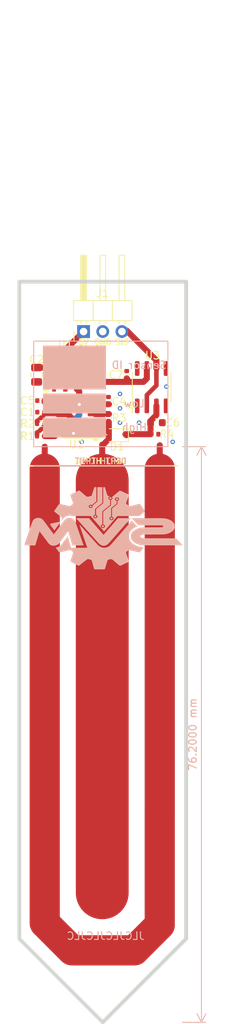
<source format=kicad_pcb>
(kicad_pcb (version 20211014) (generator pcbnew)
  (layers (0 "F.Cu" signal) (31 "B.Cu" signal) (34 "B.Paste" user) (35 "F.Paste" user) (36 "B.SilkS" user "B.Silkscreen") (37 "F.SilkS" user "F.Silkscreen") (38 "B.Mask" user) (39 "F.Mask" user) (44 "Edge.Cuts" user))
  (net 0 "")
  (net 1 "GND")
  (net 2 "Net-(C1-Pad1)")
  (net 3 "VCC")
  (net 4 "+5V")
  (net 5 "Net-(C5-Pad1)")
  (net 6 "Net-(C6-Pad1)")
  (net 7 "Sig")
  (net 8 "Net-(R1-Pad2)")
  (net 9 "MoistureSensor")
  (net 10 "Net-(U3-Pad8)")
  (net 11 "Net-(U3-Pad5)")
  (net 12 "Net-(U3-Pad1)")
  (net 13 "Net-(R3-Pad2)")
  (footprint "Capacitor_SMD:C_0402_1005Metric" (layer "F.Cu") (at 132.3975 72.263 180)
    (fp_text reference "C1" (at 1.778 0) (layer "F.SilkS"))
    (fp_text value "470pF")
    (pad "1" smd roundrect locked (at -0.48 0 180) (size 0.56 0.62) (layers "F.Cu" "F.Paste" "F.Mask") (net 2 "Net-(C1-Pad1)"))
    (pad "2" smd roundrect locked (at 0.48 0 180) (size 0.56 0.62) (layers "F.Cu" "F.Paste" "F.Mask") (net 1 "GND"))
  )
  (footprint "Capacitor_SMD:C_0805_2012Metric" (layer "F.Cu") (at 131.826 67.31 -90)
    (fp_text reference "C2" (at -2.032 0 180) (layer "F.SilkS"))
    (fp_text value "10uF")
    (pad "1" smd roundrect locked (at -0.95 0 270) (size 1 1.45) (layers "F.Cu" "F.Paste" "F.Mask") (net 3 "VCC"))
    (pad "2" smd roundrect locked (at 0.95 0 270) (size 1 1.45) (layers "F.Cu" "F.Paste" "F.Mask") (net 1 "GND"))
  )
  (footprint "Capacitor_SMD:C_0805_2012Metric" (layer "F.Cu") (at 139.446 67.31 90)
    (fp_text reference "C3" (at 2.032 0 180) (layer "F.SilkS"))
    (fp_text value "10uF")
    (pad "1" smd roundrect locked (at -0.95 0 90) (size 1 1.45) (layers "F.Cu" "F.Paste" "F.Mask") (net 4 "+5V"))
    (pad "2" smd roundrect locked (at 0.95 0 90) (size 1 1.45) (layers "F.Cu" "F.Paste" "F.Mask") (net 1 "GND"))
  )
  (footprint "Capacitor_SMD:C_0402_1005Metric" (layer "F.Cu") (at 141.351 70.739 -90)
    (fp_text reference "C4" (at 0.127 -1.397 180) (layer "F.SilkS"))
    (fp_text value "100nF")
    (pad "1" smd roundrect locked (at -0.48 0 270) (size 0.56 0.62) (layers "F.Cu" "F.Paste" "F.Mask") (net 1 "GND"))
    (pad "2" smd roundrect locked (at 0.48 0 270) (size 0.56 0.62) (layers "F.Cu" "F.Paste" "F.Mask") (net 4 "+5V"))
  )
  (footprint "Capacitor_SMD:C_0402_1005Metric" (layer "F.Cu") (at 132.3975 70.739 180)
    (fp_text reference "C5" (at 1.778 0) (layer "F.SilkS"))
    (fp_text value "10nF")
    (pad "1" smd roundrect locked (at -0.48 0 180) (size 0.56 0.62) (layers "F.Cu" "F.Paste" "F.Mask") (net 5 "Net-(C5-Pad1)"))
    (pad "2" smd roundrect locked (at 0.48 0 180) (size 0.56 0.62) (layers "F.Cu" "F.Paste" "F.Mask") (net 1 "GND"))
  )
  (footprint "Capacitor_SMD:C_0603_1608Metric" (layer "F.Cu") (at 147.701 73.66)
    (fp_text reference "C6" (at 2.159 0) (layer "F.SilkS"))
    (fp_text value "1uF")
    (pad "1" smd roundrect locked (at -0.775 0) (size 0.9 0.95) (layers "F.Cu" "F.Paste" "F.Mask") (net 6 "Net-(C6-Pad1)"))
    (pad "2" smd roundrect locked (at 0.775 0) (size 0.9 0.95) (layers "F.Cu" "F.Paste" "F.Mask") (net 1 "GND"))
  )
  (footprint "Capacitor_SMD:C_0402_1005Metric" (layer "F.Cu") (at 143.764 67.31 -90)
    (fp_text reference "C7" (at 0 1.397 180) (layer "F.SilkS"))
    (fp_text value "100nF")
    (pad "1" smd roundrect locked (at -0.48 0 270) (size 0.56 0.62) (layers "F.Cu" "F.Paste" "F.Mask") (net 1 "GND"))
    (pad "2" smd roundrect locked (at 0.48 0 270) (size 0.56 0.62) (layers "F.Cu" "F.Paste" "F.Mask") (net 4 "+5V"))
  )
  (footprint "Diode_SMD:D_SOD-323F" (layer "F.Cu") (at 142.494 75.311 180)
    (fp_text reference "D1" (at 0 -1.524) (layer "F.SilkS"))
    (fp_text value "1N4148")
    (pad "1" smd rect locked (at -1.1 0 180) (size 0.5 0.5) (layers "F.Cu" "F.Paste" "F.Mask") (net 6 "Net-(C6-Pad1)"))
    (pad "2" smd rect locked (at 1.1 0 180) (size 0.5 0.5) (layers "F.Cu" "F.Paste" "F.Mask") (net 9 "MoistureSensor"))
  )
  (footprint "Connector_PinHeader_2.54mm:PinHeader_1x03_P2.54mm_Horizontal" (layer "F.Cu") (at 138.049 61.595 90)
    (fp_text reference "J1" (at 5.08 2.54 180) (layer "F.SilkS"))
    (fp_text value "Conn_01x03")
    (pad "1" thru_hole rect locked (at 0 0 90) (size 1.7 1.7) (drill 1) (layers *.Cu *.Mask) (net 3 "VCC"))
    (pad "2" thru_hole oval locked (at 0 2.54 90) (size 1.7 1.7) (drill 1) (layers *.Cu *.Mask) (net 1 "GND"))
    (pad "3" thru_hole oval locked (at 0 5.08 90) (size 1.7 1.7) (drill 1) (layers *.Cu *.Mask) (net 7 "Sig"))
  )
  (footprint "Resistor_SMD:R_0402_1005Metric" (layer "F.Cu") (at 132.3975 75.438 180)
    (fp_text reference "R1" (at 1.778 0) (layer "F.SilkS"))
    (fp_text value "330")
    (pad "1" smd roundrect locked (at -0.51 0 180) (size 0.54 0.64) (layers "F.Cu" "F.Paste" "F.Mask") (net 4 "+5V"))
    (pad "2" smd roundrect locked (at 0.51 0 180) (size 0.54 0.64) (layers "F.Cu" "F.Paste" "F.Mask") (net 8 "Net-(R1-Pad2)"))
  )
  (footprint "Resistor_SMD:R_0402_1005Metric" (layer "F.Cu") (at 132.3975 73.787 180)
    (fp_text reference "R2" (at 1.778 0 180) (layer "F.SilkS"))
    (fp_text value "1.6k")
    (pad "1" smd roundrect locked (at -0.51 0 180) (size 0.54 0.64) (layers "F.Cu" "F.Paste" "F.Mask") (net 8 "Net-(R1-Pad2)"))
    (pad "2" smd roundrect locked (at 0.51 0 180) (size 0.54 0.64) (layers "F.Cu" "F.Paste" "F.Mask") (net 2 "Net-(C1-Pad1)"))
  )
  (footprint "Resistor_SMD:R_0402_1005Metric" (layer "F.Cu") (at 141.351 73.025 90)
    (fp_text reference "R3" (at 0 1.397 180) (layer "F.SilkS"))
    (fp_text value "10k")
    (pad "1" smd roundrect locked (at -0.51 0 90) (size 0.54 0.64) (layers "F.Cu" "F.Paste" "F.Mask") (net 9 "MoistureSensor"))
    (pad "2" smd roundrect locked (at 0.51 0 90) (size 0.54 0.64) (layers "F.Cu" "F.Paste" "F.Mask") (net 13 "Net-(R3-Pad2)"))
  )
  (footprint "Resistor_SMD:R_0402_1005Metric" (layer "F.Cu") (at 147.447 75.184)
    (fp_text reference "R4" (at 1.651 0) (layer "F.SilkS"))
    (fp_text value "1M")
    (pad "1" smd roundrect locked (at -0.51 0) (size 0.54 0.64) (layers "F.Cu" "F.Paste" "F.Mask") (net 6 "Net-(C6-Pad1)"))
    (pad "2" smd roundrect locked (at 0.51 0) (size 0.54 0.64) (layers "F.Cu" "F.Paste" "F.Mask") (net 1 "GND"))
  )
  (footprint "HT75501SOT89TRLF:HT7550-1-SOT89TRLF" (layer "F.Cu") (at 135.636 66.802)
    (fp_text reference "U1" (at 0 -3.556) (layer "F.SilkS"))
    (fp_text value "HT7550" hide)
    (fp_text user "*" (at 0 0) (layer "F.SilkS"))
    (pad "1" smd rect locked (at -1.4986 2.0447) (size 0.4826 1.397) (layers "F.Cu" "F.Paste" "F.Mask") (net 1 "GND"))
    (pad "2" smd rect locked (at 0 -2.54 90) (size 1 2) (layers "F.Cu" "F.Paste" "F.Mask") (net 3 "VCC"))
    (pad "2" smd rect locked (at 0 2.0447) (size 0.5588 1.397) (layers "F.Cu" "F.Paste" "F.Mask") (net 3 "VCC"))
    (pad "3" smd rect locked (at 1.4986 2.0447) (size 0.4826 1.397) (layers "F.Cu" "F.Paste" "F.Mask") (net 4 "+5V"))
  )
  (footprint "Package_SO:SOIC-8_3.9x4.9mm_P1.27mm" (layer "F.Cu") (at 137.0965 73.152 180)
    (fp_text reference "U2" (at 0 -3.4) (layer "F.SilkS"))
    (fp_text value "TLC555CDR")
    (pad "1" smd roundrect locked (at -2.475 -1.905 180) (size 1.95 0.6) (layers "F.Cu" "F.Paste" "F.Mask") (net 1 "GND"))
    (pad "2" smd roundrect locked (at -2.475 -0.635 180) (size 1.95 0.6) (layers "F.Cu" "F.Paste" "F.Mask") (net 2 "Net-(C1-Pad1)"))
    (pad "3" smd roundrect locked (at -2.475 0.635 180) (size 1.95 0.6) (layers "F.Cu" "F.Paste" "F.Mask") (net 13 "Net-(R3-Pad2)"))
    (pad "4" smd roundrect locked (at -2.475 1.905 180) (size 1.95 0.6) (layers "F.Cu" "F.Paste" "F.Mask") (net 4 "+5V"))
    (pad "5" smd roundrect locked (at 2.475 1.905 180) (size 1.95 0.6) (layers "F.Cu" "F.Paste" "F.Mask") (net 5 "Net-(C5-Pad1)"))
    (pad "6" smd roundrect locked (at 2.475 0.635 180) (size 1.95 0.6) (layers "F.Cu" "F.Paste" "F.Mask") (net 2 "Net-(C1-Pad1)"))
    (pad "7" smd roundrect locked (at 2.475 -0.635 180) (size 1.95 0.6) (layers "F.Cu" "F.Paste" "F.Mask") (net 8 "Net-(R1-Pad2)"))
    (pad "8" smd roundrect locked (at 2.475 -1.905 180) (size 1.95 0.6) (layers "F.Cu" "F.Paste" "F.Mask") (net 4 "+5V"))
  )
  (footprint "Package_SO:SOIC-8_3.9x4.9mm_P1.27mm" (layer "F.Cu") (at 147.066 68.961 90)
    (fp_text reference "U3" (at 4.191 0.127 180) (layer "F.SilkS"))
    (fp_text value "OP07")
    (pad "1" smd roundrect locked (at -2.475 -1.905 90) (size 1.95 0.6) (layers "F.Cu" "F.Paste" "F.Mask") (net 12 "Net-(U3-Pad1)"))
    (pad "2" smd roundrect locked (at -2.475 -0.635 90) (size 1.95 0.6) (layers "F.Cu" "F.Paste" "F.Mask") (net 7 "Sig"))
    (pad "3" smd roundrect locked (at -2.475 0.635 90) (size 1.95 0.6) (layers "F.Cu" "F.Paste" "F.Mask") (net 6 "Net-(C6-Pad1)"))
    (pad "4" smd roundrect locked (at -2.475 1.905 90) (size 1.95 0.6) (layers "F.Cu" "F.Paste" "F.Mask") (net 1 "GND"))
    (pad "5" smd roundrect locked (at 2.475 1.905 90) (size 1.95 0.6) (layers "F.Cu" "F.Paste" "F.Mask") (net 11 "Net-(U3-Pad5)"))
    (pad "6" smd roundrect locked (at 2.475 0.635 90) (size 1.95 0.6) (layers "F.Cu" "F.Paste" "F.Mask") (net 7 "Sig"))
    (pad "7" smd roundrect locked (at 2.475 -0.635 90) (size 1.95 0.6) (layers "F.Cu" "F.Paste" "F.Mask") (net 4 "+5V"))
    (pad "8" smd roundrect locked (at 2.475 -1.905 90) (size 1.95 0.6) (layers "F.Cu" "F.Paste" "F.Mask") (net 10 "Net-(U3-Pad8)"))
  )
  (footprint "logo:logo" (layer "B.Cu") (at 140.716 87.63 180)
    (fp_text reference "G***" hide)
    (fp_text value "LOGO" hide)
  )
  (gr_line (start 131.445 79.375) (end 149.86 79.375) (layer "B.SilkS") (width 0.2))
  (gr_poly (pts (xy 140.97 69.85) (xy 132.715 69.85) (xy 132.715 72.39) (xy 140.97 72.39)) (layer "B.SilkS") (width 0.1) (fill solid))
  (gr_line (start 131.445 76.835) (end 149.225 76.835) (layer "B.SilkS") (width 0.12))
  (gr_poly (pts (xy 140.97 63.5) (xy 132.715 63.5) (xy 132.715 69.215) (xy 140.97 69.215)) (layer "B.SilkS") (width 0.1) (fill solid))
  (gr_poly (pts (xy 140.97 73.025) (xy 132.715 73.025) (xy 132.715 75.565) (xy 140.97 75.565)) (layer "B.SilkS") (width 0.1) (fill solid))
  (gr_line (start 149.225 62.865) (end 149.225 63.5) (layer "B.SilkS") (width 0.12))
  (gr_line (start 131.445 62.865) (end 149.225 62.865) (layer "B.SilkS") (width 0.12))
  (gr_line (start 131.445 63.5) (end 131.445 76.835) (layer "B.SilkS") (width 0.12))
  (gr_line (start 131.445 63.5) (end 131.445 62.865) (layer "B.SilkS") (width 0.12))
  (gr_line (start 149.225 79.375) (end 132.715 79.375) (layer "B.SilkS") (width 0.12))
  (gr_line (start 149.225 76.835) (end 149.225 63.5) (layer "B.SilkS") (width 0.12))
  (gr_circle (center 133.096 69.342) (end 133.223 69.342) (layer "F.SilkS") (width 0.2794) (fill none))
  (gr_circle (center 144.272 71.501) (end 144.399 71.501) (layer "F.SilkS") (width 0.2794) (fill none))
  (gr_line (start 140.7795 75.2475) (end 141.1605 75.2475) (layer "F.SilkS") (width 0.12))
  (gr_line (start 140.97 75.057) (end 140.97 75.438) (layer "F.SilkS") (width 0.12))
  (gr_line (start 130.81 79.375) (end 150.495 79.375) (layer "F.SilkS") (width 0.2))
  (gr_circle (center 139.6365 75.692) (end 139.7635 75.692) (layer "F.SilkS") (width 0.2794) (fill none))
  (gr_line (start 151.638 141.986) (end 140.589 153.035) (layer "Edge.Cuts") (width 0.5))
  (gr_line (start 129.54 141.986) (end 129.54 54.991) (layer "Edge.Cuts") (width 0.5))
  (gr_line (start 151.638 141.986) (end 151.638 54.991) (layer "Edge.Cuts") (width 0.5))
  (gr_line (start 129.54 54.991) (end 151.638 54.991) (layer "Edge.Cuts") (width 0.5))
  (gr_line (start 129.54 141.986) (end 140.589 153.035) (layer "Edge.Cuts") (width 0.5))
  (gr_text "DEPTH LIMIT" (at 140.335 78.74) (layer "B.SilkS") (effects (font (size 0.75 0.75)) (justify mirror)))
  (gr_text "Sensor ID" (at 145.415 66.04) (layer "B.SilkS") (effects (font (size 1 1)) (justify mirror)))
  (gr_text "High" (at 144.78 74.295) (layer "B.SilkS") (effects (font (size 1 1)) (justify mirror)))
  (gr_text "Low" (at 144.78 71.12) (layer "B.SilkS") (effects (font (size 1 1)) (justify mirror)))
  (gr_text "JLCJLCJLCJLC" (at 140.97 141.605) (layer "B.SilkS") (effects (font (size 1 1)) (justify mirror)))
  (gr_text "SIG" (at 143.129 62.992) (layer "F.SilkS") (effects (font (size 0.75 0.75) (thickness 0.1875))))
  (gr_text "GND" (at 140.589 62.992) (layer "F.SilkS") (effects (font (size 0.75 0.75) (thickness 0.1875))))
  (gr_text "DEPTH LIMIT" (at 140.335 78.74) (layer "F.SilkS") (effects (font (size 0.75 0.75))))
  (gr_text "5V" (at 138.049 62.992) (layer "F.SilkS") (effects (font (size 0.75 0.75) (thickness 0.1875))))
  (dimension (type aligned) (layer "B.SilkS") (pts (xy 151.13 153.035) (xy 151.13 76.835)) (height 2.54) (gr_text "76.2000 mm" (at 152.52 114.935 90) (layer "B.SilkS") (effects (font (size 1 1) (thickness 0.15)))) (format (units 2) (units_format 1) (precision 4)) (style (thickness 0.12) (arrow_length 1.27) (text_position_mode 0) (extension_height 0.58642) (extension_offset 0) keep_text_aligned))
  (segment (start 132.902001 139.887001) (end 136.525 143.51) (width 4) (layer "F.Cu") (net 1))
  (segment (start 132.902001 79.752) (end 132.902001 76.835) (width 0.8) (layer "F.Cu") (net 1))
  (segment (start 148.142001 140.147999) (end 148.142001 124.907999) (width 4) (layer "F.Cu") (net 1))
  (segment (start 132.902001 79.752) (end 132.902001 139.887001) (width 4) (layer "F.Cu") (net 1))
  (segment (start 136.525 143.51) (end 144.78 143.51) (width 4) (layer "F.Cu") (net 1))
  (segment (start 148.1455 124.9045) (end 148.1455 79.748501) (width 4) (layer "F.Cu") (net 1))
  (segment (start 144.78 143.51) (end 148.142001 140.147999) (width 4) (layer "F.Cu") (net 1))
  (segment (start 148.142001 79.752) (end 148.142001 76.647999) (width 0.8) (layer "F.Cu") (net 1))
  (via (at 137.795 76.2) (size 0.6) (drill 0.3) (layers "F.Cu" "B.Cu") (net 1))
  (via (at 142.875 73.66) (size 0.6) (drill 0.3) (layers "F.Cu" "B.Cu") (net 1))
  (via (at 142.875 69.85) (size 0.6) (drill 0.3) (layers "F.Cu" "B.Cu") (net 1))
  (via (at 149.0218 68.8848) (size 0.6) (drill 0.3) (layers "F.Cu" "B.Cu") (net 1))
  (via (at 149.86 76.2) (size 0.6) (drill 0.3) (layers "F.Cu" "B.Cu") (net 1))
  (via (at 145.415 73.66) (size 0.6) (drill 0.3) (layers "F.Cu" "B.Cu") (net 1))
  (via (at 142.875 71.755) (size 0.6) (drill 0.3) (layers "F.Cu" "B.Cu") (net 1))
  (segment (start 132.8775 72.545) (end 132.8775 72.263) (width 0.6) (layer "F.Cu") (net 2))
  (segment (start 137.2235 73.787) (end 139.5715 73.787) (width 0.8) (layer "F.Cu") (net 2))
  (segment (start 134.6215 72.517) (end 135.9535 72.517) (width 0.8) (layer "F.Cu") (net 2))
  (segment (start 133.1315 72.517) (end 132.8775 72.263) (width 0.6) (layer "F.Cu") (net 2))
  (segment (start 135.9535 72.517) (end 137.2235 73.787) (width 0.8) (layer "F.Cu") (net 2))
  (segment (start 131.8875 73.535) (end 132.8775 72.545) (width 0.6) (layer "F.Cu") (net 2))
  (segment (start 134.6215 72.517) (end 133.1315 72.517) (width 0.6) (layer "F.Cu") (net 2))
  (segment (start 131.8875 73.66) (end 131.8875 73.408) (width 0.6) (layer "F.Cu") (net 2))
  (segment (start 135.636 64.008) (end 138.049 61.595) (width 0.8) (layer "F.Cu") (net 3))
  (segment (start 135.636 68.8467) (end 135.636 68.326) (width 0.8) (layer "F.Cu") (net 3))
  (segment (start 135.636 68.8467) (end 135.636 64.262) (width 0.8) (layer "F.Cu") (net 3))
  (segment (start 135.636 68.326) (end 133.67 66.36) (width 0.8) (layer "F.Cu") (net 3))
  (segment (start 131.826 66.36) (end 133.67 66.36) (width 0.8) (layer "F.Cu") (net 3))
  (segment (start 134.6215 75.057) (end 134.6215 75.057) (width 0.8) (layer "F.Cu") (net 4))
  (segment (start 145.989 68.26) (end 146.431 67.818) (width 0.8) (layer "F.Cu") (net 4))
  (segment (start 146.431 67.818) (end 146.431 66.486) (width 0.8) (layer "F.Cu") (net 4))
  (segment (start 134.2405 75.438) (end 134.6215 75.057) (width 0.8) (layer "F.Cu") (net 4))
  (segment (start 139.5715 71.247) (end 137.4775 71.247) (width 0.8) (layer "F.Cu") (net 4))
  (segment (start 143.825 67.851) (end 143.764 67.79) (width 0.8) (layer "F.Cu") (net 4))
  (segment (start 143.825 68.26) (end 145.989 68.26) (width 0.8) (layer "F.Cu") (net 4))
  (segment (start 137.4673 68.26) (end 143.825 68.26) (width 0.8) (layer "F.Cu") (net 4))
  (segment (start 137.4775 71.247) (end 137.4775 69.5325) (width 0.8) (layer "F.Cu") (net 4))
  (segment (start 141.4145 71.219) (end 139.5995 71.219) (width 0.8) (layer "F.Cu") (net 4))
  (segment (start 143.825 68.26) (end 143.825 67.851) (width 0.8) (layer "F.Cu") (net 4))
  (segment (start 139.5995 71.219) (end 139.5715 71.247) (width 0.8) (layer "F.Cu") (net 4))
  (segment (start 137.16 68.453) (end 137.16 69.215) (width 0.8) (layer "F.Cu") (net 4))
  (segment (start 132.9075 75.438) (end 134.2405 75.438) (width 0.8) (layer "F.Cu") (net 4))
  (segment (start 137.4775 69.5325) (end 137.16 69.215) (width 0.8) (layer "F.Cu") (net 4))
  (segment (start 136.7155 75.057) (end 134.6215 75.057) (width 0.8) (layer "F.Cu") (net 4))
  (via (at 136.7155 75.057) (size 0.8) (drill 0.4) (layers "F.Cu" "B.Cu") (net 4))
  (via (at 137.4775 71.247) (size 0.8) (drill 0.4) (layers "F.Cu" "B.Cu") (net 4))
  (segment (start 137.4775 72.644) (end 136.7155 73.406) (width 0.8) (layer "B.Cu") (net 4))
  (segment (start 136.7155 73.406) (end 136.7155 75.057) (width 0.8) (layer "B.Cu") (net 4))
  (segment (start 137.4775 71.247) (end 137.4775 72.644) (width 0.8) (layer "B.Cu") (net 4))
  (segment (start 132.8775 70.9015) (end 133.223 71.247) (width 0.8) (layer "F.Cu") (net 5))
  (segment (start 133.223 71.247) (end 134.6215 71.247) (width 0.8) (layer "F.Cu") (net 5))
  (segment (start 132.8775 70.739) (end 132.8775 70.9015) (width 0.8) (layer "F.Cu") (net 5))
  (segment (start 146.926 75.173) (end 146.937 75.184) (width 0.8) (layer "F.Cu") (net 6))
  (segment (start 147.701 72.644) (end 147.701 71.436) (width 0.8) (layer "F.Cu") (net 6))
  (segment (start 146.926 73.66) (end 146.926 75.173) (width 0.8) (layer "F.Cu") (net 6))
  (segment (start 143.721 75.311) (end 143.594 75.184) (width 0.8) (layer "F.Cu") (net 6))
  (segment (start 146.926 73.66) (end 146.926 73.419) (width 0.8) (layer "F.Cu") (net 6))
  (segment (start 146.937 75.184) (end 143.848 75.184) (width 0.8) (layer "F.Cu") (net 6))
  (segment (start 146.926 73.419) (end 147.701 72.644) (width 0.8) (layer "F.Cu") (net 6))
  (segment (start 143.764 61.468) (end 147.701 65.405) (width 0.8) (layer "F.Cu") (net 7))
  (segment (start 147.701 66.486) (end 147.701 68.7324) (width 0.6) (layer "F.Cu") (net 7))
  (segment (start 147.701 65.405) (end 147.701 66.486) (width 0.8) (layer "F.Cu") (net 7))
  (segment (start 143.129 61.468) (end 143.764 61.468) (width 0.8) (layer "F.Cu") (net 7))
  (segment (start 146.431 70.0024) (end 146.431 71.436) (width 0.6) (layer "F.Cu") (net 7))
  (segment (start 147.701 68.7324) (end 146.431 70.0024) (width 0.6) (layer "F.Cu") (net 7))
  (segment (start 132.9075 73.787) (end 134.6215 73.787) (width 0.6) (layer "F.Cu") (net 8))
  (segment (start 132.9075 73.787) (end 132.9075 74.039) (width 0.6) (layer "F.Cu") (net 8))
  (segment (start 132.9075 74.039) (end 131.8875 75.059) (width 0.6) (layer "F.Cu") (net 8))
  (segment (start 131.8875 74.932) (end 131.8875 75.311) (width 0.6) (layer "F.Cu") (net 8))
  (segment (start 141.394 75.311) (end 141.394 73.578) (width 0.8) (layer "F.Cu") (net 9))
  (segment (start 140.522001 82.038) (end 140.522001 76.563999) (width 0.8) (layer "F.Cu") (net 9))
  (segment (start 140.522001 76.690999) (end 141.394 75.819) (width 0.8) (layer "F.Cu") (net 9))
  (segment (start 140.522001 81.276) (end 140.522001 135.89) (width 7) (layer "F.Cu") (net 9))
  (segment (start 141.394 75.819) (end 141.394 75.311) (width 0.8) (layer "F.Cu") (net 9))
  (segment (start 141.394 73.578) (end 141.351 73.535) (width 0.8) (layer "F.Cu") (net 9))
  (segment (start 141.4145 72.515) (end 139.5735 72.515) (width 0.8) (layer "F.Cu") (net 13))
  (segment (start 139.5735 72.515) (end 139.5715 72.517) (width 0.8) (layer "F.Cu") (net 13))
)
</source>
